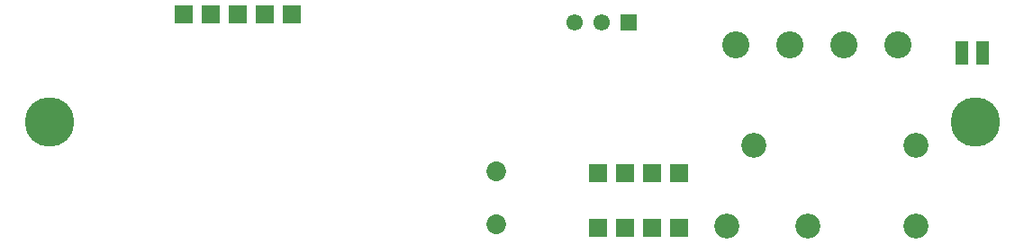
<source format=gbr>
%FSLAX35Y35*%
%MOMM*%
G04 EasyPC Gerber Version 18.0.8 Build 3632 *
%ADD130R,1.16840X2.18440*%
%ADD123R,1.55240X1.55240*%
%ADD119R,1.67640X1.67640*%
%ADD122C,1.55240*%
%ADD129C,1.85240*%
%ADD125C,2.35240*%
%ADD118C,2.55240*%
%ADD117C,4.65240*%
X0Y0D02*
D02*
D117*
X406350Y1256350D03*
X9110420Y1255100D03*
D02*
D118*
X6857580Y1988240D03*
X7365580D03*
X7873580D03*
X8381580D03*
D02*
D119*
X1670420Y2275100D03*
X1924420D03*
X2178420D03*
X2432420D03*
X2686420D03*
X5568420Y256350D03*
X5570420Y776350D03*
X5822420Y256350D03*
X5824420Y776350D03*
X6076420Y256350D03*
X6078420Y776350D03*
X6330420Y256350D03*
X6332420Y776350D03*
D02*
D122*
X5344370Y2200760D03*
X5598370D03*
D02*
D123*
X5852370D03*
D02*
D125*
X6774120Y280230D03*
X7028120Y1042230D03*
X7536120Y280230D03*
X8552120D03*
Y1042230D03*
D02*
D129*
X4610420Y290330D03*
Y790330D03*
D02*
D130*
X8990420Y1915100D03*
X9180920D03*
X0Y0D02*
M02*

</source>
